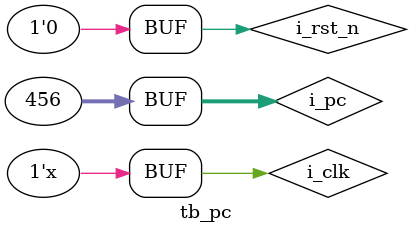
<source format=v>
`timescale 1ns / 1ps


module tb_pc;

	// Inputs
	reg i_clk;
	reg i_rst_n;
	reg [31:0] i_pc;

	// Outputs
	wire [31:0] o_pc;

	// Instantiate the Unit Under Test (UUT)
	pc uut (
		.i_clk(i_clk), 
		.i_rst_n(i_rst_n), 
		.i_pc(i_pc), 
		.o_pc(o_pc)
	);

	initial begin
		// Initialize Inputs
		i_clk = 0;
		i_rst_n = 0;
		i_pc = 0;

		// Wait 100 ns for global reset to finish
		#100;
        
        i_rst_n = 1;
        
        #60; 
        i_pc = 123;
        
        #60; 
        i_pc = 456;
        
        #60;
        i_rst_n = 0;
        
        #60;
        
	end

	always #10 i_clk <= ~i_clk; 
    
endmodule


</source>
